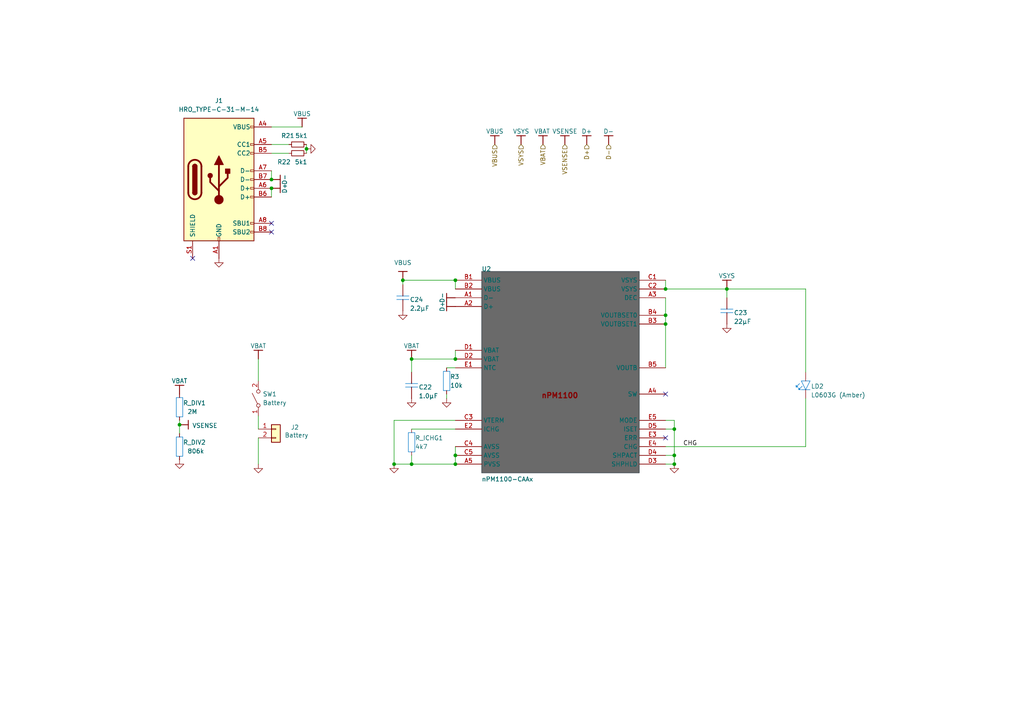
<source format=kicad_sch>
(kicad_sch (version 20250114) (generator "eeschema") (generator_version "9.0")
  (paper "A4")
  (lib_symbols
    (symbol "AltiumLib:root_0_nPM1100_CAAx_AltiumLib.DbLib"
      (property "Reference" "U2" (at 0 0 0))
      (property "Value" "${ALTIUM_VALUE}" (at 0 -60.96 0))
      (symbol "root_0_nPM1100_CAAx_AltiumLib.DbLib_1_0"
        (rectangle (start 0 0) (end 45.72 -58.42) (stroke (width 0) (color 51 63 72 1)) (fill (type color) (color 72 72 72 0.81)))
        (text "nPM1100" (at 17.253 -36.83 0) (effects (font (size 1.524 1.524) (thickness 0.3048) (bold yes)) (justify left bottom)))
        (pin power_in line (at -7.62 -2.54 0) (length 7.62) (name "VBUS") (number "B1"))
        (pin power_in line (at -7.62 -5.08 0) (length 7.62) (name "VBUS") (number "B2"))
        (pin bidirectional line (at -7.62 -7.62 0) (length 7.62) (name "D-") (number "A1"))
        (pin bidirectional line (at -7.62 -10.16 0) (length 7.62) (name "D+") (number "A2"))
        (pin power_in line (at -7.62 -22.86 0) (length 7.62) (name "VBAT") (number "D1"))
        (pin power_in line (at -7.62 -25.4 0) (length 7.62) (name "VBAT") (number "D2"))
        (pin input line (at -7.62 -27.94 0) (length 7.62) (name "NTC") (number "E1"))
        (pin input line (at -7.62 -43.18 0) (length 7.62) (name "VTERM") (number "C3"))
        (pin input line (at -7.62 -45.72 0) (length 7.62) (name "ICHG") (number "E2"))
        (pin power_in line (at -7.62 -50.8 0) (length 7.62) (name "AVSS") (number "C4"))
        (pin power_in line (at -7.62 -53.34 0) (length 7.62) (name "AVSS") (number "C5"))
        (pin power_in line (at -7.62 -55.88 0) (length 7.62) (name "PVSS") (number "A5"))
        (pin power_in line (at 53.34 -2.54 180) (length 7.62) (name "VSYS") (number "C1"))
        (pin power_in line (at 53.34 -5.08 180) (length 7.62) (name "VSYS") (number "C2"))
        (pin power_in line (at 53.34 -7.62 180) (length 7.62) (name "DEC") (number "A3"))
        (pin input line (at 53.34 -12.7 180) (length 7.62) (name "VOUTBSET0") (number "B4"))
        (pin input line (at 53.34 -15.24 180) (length 7.62) (name "VOUTBSET1") (number "B3"))
        (pin power_in line (at 53.34 -27.94 180) (length 7.62) (name "VOUTB") (number "B5"))
        (pin power_in line (at 53.34 -35.56 180) (length 7.62) (name "SW") (number "A4"))
        (pin input line (at 53.34 -43.18 180) (length 7.62) (name "MODE") (number "E5"))
        (pin input line (at 53.34 -45.72 180) (length 7.62) (name "ISET") (number "D5"))
        (pin output line (at 53.34 -48.26 180) (length 7.62) (name "ERR") (number "E3"))
        (pin output line (at 53.34 -50.8 180) (length 7.62) (name "CHG") (number "E4"))
        (pin input line (at 53.34 -53.34 180) (length 7.62) (name "SHPACT") (number "D4"))
        (pin input line (at 53.34 -55.88 180) (length 7.62) (name "SHPHLD") (number "D3"))
      )
    )
    (symbol "AltiumLib:root_1_CAP_AltiumLib.DbLib" (pin_numbers (hide yes)) (pin_names (hide yes))
      (symbol "root_1_CAP_AltiumLib.DbLib_1_0"
        (polyline (pts (xy 0 4.318) (xy 0 4.826)) (stroke (width 0) (color 0 119 200 1)))
        (polyline (pts (xy 0 3.302) (xy 0 2.794)) (stroke (width 0) (color 0 119 200 1)))
        (polyline (pts (xy 1.778 4.318) (xy -1.778 4.318)) (stroke (width 0) (color 0 119 200 1)))
        (polyline (pts (xy 1.778 3.302) (xy -1.778 3.302)) (stroke (width 0) (color 0 119 200 1)))
        (pin passive line (at 0 7.62 270) (length 3.302) (name "2") (number "2"))
        (pin passive line (at 0 0 90) (length 3.302) (name "1") (number "1"))
      )
    )
    (symbol "AltiumLib:root_1_RES_AltiumLib.DbLib" (pin_numbers (hide yes)) (pin_names (hide yes))
      (symbol "root_1_RES_AltiumLib.DbLib_1_0"
        (polyline (pts (xy -0.94 6.604) (xy -0.94 1.016) (xy 0.94 1.016) (xy 0.94 6.604) (xy -0.94 6.604)) (stroke (width 0) (color 0 119 200 1)))
        (pin passive line (at 0 7.62 270) (length 1.016) (name "2") (number "2"))
        (pin passive line (at 0 0 90) (length 1.016) (name "1") (number "1"))
      )
    )
    (symbol "AltiumLib:root_3_mirrored_D{colon}LED_AltiumLib.DbLib" (pin_numbers (hide yes)) (pin_names (hide yes))
      (symbol "root_3_mirrored_D{colon}LED_AltiumLib.DbLib_1_0"
        (polyline (pts (xy -1.778 -3.302) (xy -2.794 -4.318) (xy -2.794 -3.81) (xy -2.286 -4.318) (xy -2.794 -4.318)) (stroke (width 0) (color 0 119 200 1)))
        (polyline (pts (xy -1.016 -4.064) (xy -2.032 -5.08) (xy -2.032 -4.572) (xy -1.524 -5.08) (xy -2.032 -5.08)) (stroke (width 0) (color 0 119 200 1)))
        (polyline (pts (xy 0 -5.08) (xy -1.27 -5.08)) (stroke (width 0) (color 0 119 200 1)))
        (polyline (pts (xy 1.27 -2.54) (xy 0 -5.08) (xy -1.27 -2.54) (xy 1.27 -2.54)) (stroke (width 0) (color 0 119 200 1)))
        (polyline (pts (xy 1.27 -5.08) (xy 0 -5.08)) (stroke (width 0) (color 0 119 200 1)))
        (pin passive line (at 0 0 270) (length 2.54) (name "A") (number "2"))
        (pin passive line (at 0 -7.62 90) (length 2.54) (name "C") (number "1"))
      )
    )
    (symbol "AltiumLib:root_3_mirrored_RES_AltiumLib.DbLib" (pin_numbers (hide yes)) (pin_names (hide yes))
      (symbol "root_3_mirrored_RES_AltiumLib.DbLib_1_0"
        (polyline (pts (xy -0.94 -6.604) (xy -0.94 -1.016) (xy 0.94 -1.016) (xy 0.94 -6.604) (xy -0.94 -6.604)) (stroke (width 0) (color 0 119 200 1)))
        (pin passive line (at 0 0 270) (length 1.016) (name "1") (number "1"))
        (pin passive line (at 0 -7.62 90) (length 1.016) (name "2") (number "2"))
      )
    )
    (symbol "Connector:USB_C_Receptacle_USB2.0" (pin_names (offset 1.016))
      (property "Reference" "J" (at -10.16 19.05 0))
      (property "Value" "USB_C_Receptacle_USB2.0" (at 19.05 19.05 0))
      (symbol "USB_C_Receptacle_USB2.0_0_0"
        (rectangle (start -0.254 -17.78) (end 0.254 -16.764))
        (rectangle (start 10.16 15.494) (end 9.144 14.986))
        (rectangle (start 10.16 10.414) (end 9.144 9.906))
        (rectangle (start 10.16 7.874) (end 9.144 7.366))
        (rectangle (start 10.16 2.794) (end 9.144 2.286))
        (rectangle (start 10.16 0.254) (end 9.144 -0.254))
        (rectangle (start 10.16 -2.286) (end 9.144 -2.794))
        (rectangle (start 10.16 -4.826) (end 9.144 -5.334))
        (rectangle (start 10.16 -12.446) (end 9.144 -12.954))
        (rectangle (start 10.16 -14.986) (end 9.144 -15.494))
      )
      (symbol "USB_C_Receptacle_USB2.0_0_1"
        (rectangle (start -10.16 17.78) (end 10.16 -17.78) (stroke (width 0.254)) (fill (type background)))
        (polyline (pts (xy -8.89 -3.81) (xy -8.89 3.81)) (stroke (width 0.508)))
        (rectangle (start -7.62 -3.81) (end -6.35 3.81) (stroke (width 0.254)) (fill (type outline)))
        (arc (start -7.62 3.81) (mid -6.985 4.4423) (end -6.35 3.81) (stroke (width 0.254)))
        (arc (start -7.62 3.81) (mid -6.985 4.4423) (end -6.35 3.81) (stroke (width 0.254)) (fill (type outline)))
        (arc (start -8.89 3.81) (mid -6.985 5.7067) (end -5.08 3.81) (stroke (width 0.508)))
        (arc (start -5.08 -3.81) (mid -6.985 -5.7067) (end -8.89 -3.81) (stroke (width 0.508)))
        (arc (start -6.35 -3.81) (mid -6.985 -4.4423) (end -7.62 -3.81) (stroke (width 0.254)))
        (arc (start -6.35 -3.81) (mid -6.985 -4.4423) (end -7.62 -3.81) (stroke (width 0.254)) (fill (type outline)))
        (polyline (pts (xy -5.08 3.81) (xy -5.08 -3.81)) (stroke (width 0.508)))
        (circle (center -2.54 1.143) (radius 0.635) (stroke (width 0.254)) (fill (type outline)))
        (polyline (pts (xy -1.27 4.318) (xy 0 6.858) (xy 1.27 4.318) (xy -1.27 4.318)) (stroke (width 0.254)) (fill (type outline)))
        (polyline (pts (xy 0 -2.032) (xy 2.54 0.508) (xy 2.54 1.778)) (stroke (width 0.508)))
        (polyline (pts (xy 0 -3.302) (xy -2.54 -0.762) (xy -2.54 0.508)) (stroke (width 0.508)))
        (polyline (pts (xy 0 -5.842) (xy 0 4.318)) (stroke (width 0.508)))
        (circle (center 0 -5.842) (radius 1.27) (fill (type outline)))
        (rectangle (start 1.905 1.778) (end 3.175 3.048) (stroke (width 0.254)) (fill (type outline)))
      )
      (symbol "USB_C_Receptacle_USB2.0_1_1"
        (pin passive line (at -7.62 -22.86 90) (length 5.08) (name "SHIELD") (number "S1"))
        (pin passive line (at 0 -22.86 90) (length 5.08) (name "GND") (number "A1"))
        (pin passive line (at 0 -22.86 90) (length 5.08) (hide yes) (name "GND") (number "A12"))
        (pin passive line (at 0 -22.86 90) (length 5.08) (hide yes) (name "GND") (number "B1"))
        (pin passive line (at 0 -22.86 90) (length 5.08) (hide yes) (name "GND") (number "B12"))
        (pin passive line (at 15.24 15.24 180) (length 5.08) (name "VBUS") (number "A4"))
        (pin passive line (at 15.24 15.24 180) (length 5.08) (hide yes) (name "VBUS") (number "A9"))
        (pin passive line (at 15.24 15.24 180) (length 5.08) (hide yes) (name "VBUS") (number "B4"))
        (pin passive line (at 15.24 15.24 180) (length 5.08) (hide yes) (name "VBUS") (number "B9"))
        (pin bidirectional line (at 15.24 10.16 180) (length 5.08) (name "CC1") (number "A5"))
        (pin bidirectional line (at 15.24 7.62 180) (length 5.08) (name "CC2") (number "B5"))
        (pin bidirectional line (at 15.24 2.54 180) (length 5.08) (name "D-") (number "A7"))
        (pin bidirectional line (at 15.24 0 180) (length 5.08) (name "D-") (number "B7"))
        (pin bidirectional line (at 15.24 -2.54 180) (length 5.08) (name "D+") (number "A6"))
        (pin bidirectional line (at 15.24 -5.08 180) (length 5.08) (name "D+") (number "B6"))
        (pin bidirectional line (at 15.24 -12.7 180) (length 5.08) (name "SBU1") (number "A8"))
        (pin bidirectional line (at 15.24 -15.24 180) (length 5.08) (name "SBU2") (number "B8"))
      )
    )
    (symbol "Connector_Generic:Conn_01x02" (pin_names (offset 1.016) (hide yes))
      (property "Reference" "J" (at 0 2.54 0))
      (property "Value" "Conn_01x02" (at 0 -5.08 0))
      (symbol "Conn_01x02_1_1"
        (rectangle (start -1.27 1.27) (end 1.27 -3.81) (stroke (width 0.254)) (fill (type background)))
        (rectangle (start -1.27 0.127) (end 0 -0.127) (stroke (width 0.1524)))
        (rectangle (start -1.27 -2.413) (end 0 -2.667) (stroke (width 0.1524)))
        (pin passive line (at -5.08 0 0) (length 3.81) (name "Pin_1") (number "1"))
        (pin passive line (at -5.08 -2.54 0) (length 3.81) (name "Pin_2") (number "2"))
      )
    )
    (symbol "Device:R_Small" (pin_numbers (hide yes)) (pin_names (offset 0.254) (hide yes))
      (property "Reference" "R" (at 0.762 0.508 0))
      (property "Value" "R_Small" (at 0.762 -1.016 0))
      (symbol "R_Small_0_1"
        (rectangle (start -0.762 1.778) (end 0.762 -1.778) (stroke (width 0.2032)))
      )
      (symbol "R_Small_1_1"
        (pin passive line (at 0 2.54 270) (length 0.762) (name "~") (number "1"))
        (pin passive line (at 0 -2.54 90) (length 0.762) (name "~") (number "2"))
      )
    )
    (symbol "Switch:SW_SPST" (pin_names (offset 0) (hide yes))
      (property "Reference" "SW" (at 0 3.175 0))
      (property "Value" "SW_SPST" (at 0 -2.54 0))
      (symbol "SW_SPST_0_0"
        (circle (center -2.032 0) (radius 0.508))
        (polyline (pts (xy -1.524 0.254) (xy 1.524 1.778)))
        (circle (center 2.032 0) (radius 0.508))
      )
      (symbol "SW_SPST_1_1"
        (pin passive line (at -5.08 0 0) (length 2.54) (name "A") (number "1"))
        (pin passive line (at 5.08 0 180) (length 2.54) (name "B") (number "2"))
      )
    )
    (symbol "npm1100_caax_config1-altium-import:VBAT_BAR" (power)
      (property "Value" "VBAT" (at 0 -3.81 0))
      (symbol "VBAT_BAR_0_0"
        (polyline (pts (xy -1.27 -2.54) (xy 1.27 -2.54)) (stroke (width 0.254)))
        (polyline (pts (xy 0 0) (xy 0 -2.54)) (stroke (width 0.254)))
        (pin power_in line (at 0 0 0) (length 0) (hide yes) (name "VBAT") (number ""))
      )
    )
    (symbol "npm1100_caax_config1-altium-import:VBUS_BAR" (power)
      (property "Value" "VBUS" (at 0 -3.81 0))
      (symbol "VBUS_BAR_0_0"
        (polyline (pts (xy -1.27 -2.54) (xy 1.27 -2.54)) (stroke (width 0.254)))
        (polyline (pts (xy 0 0) (xy 0 -2.54)) (stroke (width 0.254)))
        (pin power_in line (at 0 0 0) (length 0) (hide yes) (name "VBUS") (number ""))
      )
    )
    (symbol "npm1100_caax_config1-altium-import:VOUT_BAR" (power)
      (property "Value" "VOUT" (at 0 -3.81 0))
      (symbol "VOUT_BAR_0_0"
        (polyline (pts (xy -1.27 -2.54) (xy 1.27 -2.54)) (stroke (width 0.254)))
        (polyline (pts (xy 0 0) (xy 0 -2.54)) (stroke (width 0.254)))
        (pin power_in line (at 0 0 0) (length 0) (hide yes) (name "VOUT") (number ""))
      )
    )
    (symbol "power:GND" (power) (pin_numbers (hide yes)) (pin_names (offset 0) (hide yes))
      (property "Value" "GND" (at 0 -3.81 0))
      (symbol "GND_0_1"
        (polyline (pts (xy 0 0) (xy 0 -1.27) (xy 1.27 -1.27) (xy 0 -2.54) (xy -1.27 -1.27) (xy 0 -1.27)))
      )
      (symbol "GND_1_1"
        (pin power_in line (at 0 0 270) (length 0) (name "~") (number "1"))
      )
    )
    (symbol "root_1_CAP_AltiumLib.DbLib_1" (pin_numbers (hide yes)) (pin_names (hide yes))
      (symbol "root_1_CAP_AltiumLib.DbLib_1_1_0"
        (polyline (pts (xy 0 4.318) (xy 0 4.826)) (stroke (width 0) (color 0 119 200 1)))
        (polyline (pts (xy 0 3.302) (xy 0 2.794)) (stroke (width 0) (color 0 119 200 1)))
        (polyline (pts (xy 1.778 4.318) (xy -1.778 4.318)) (stroke (width 0) (color 0 119 200 1)))
        (polyline (pts (xy 1.778 3.302) (xy -1.778 3.302)) (stroke (width 0) (color 0 119 200 1)))
        (pin passive line (at 0 7.62 270) (length 3.302) (name "2") (number "2"))
        (pin passive line (at 0 0 90) (length 3.302) (name "1") (number "1"))
      )
    )
    (symbol "root_1_CAP_AltiumLib.DbLib_2" (pin_numbers (hide yes)) (pin_names (hide yes))
      (symbol "root_1_CAP_AltiumLib.DbLib_2_1_0"
        (polyline (pts (xy 0 4.318) (xy 0 4.826)) (stroke (width 0) (color 0 119 200 1)))
        (polyline (pts (xy 0 3.302) (xy 0 2.794)) (stroke (width 0) (color 0 119 200 1)))
        (polyline (pts (xy 1.778 4.318) (xy -1.778 4.318)) (stroke (width 0) (color 0 119 200 1)))
        (polyline (pts (xy 1.778 3.302) (xy -1.778 3.302)) (stroke (width 0) (color 0 119 200 1)))
        (pin passive line (at 0 7.62 270) (length 3.302) (name "2") (number "2"))
        (pin passive line (at 0 0 90) (length 3.302) (name "1") (number "1"))
      )
    )
  )
  (junction (at 132.08 81.28))
  (junction (at 195.58 134.62))
  (junction (at 78.74 54.61))
  (junction (at 195.58 124.46))
  (junction (at 52.07 123.19))
  (junction (at 78.74 52.07))
  (junction (at 193.04 93.98))
  (junction (at 193.04 91.44))
  (junction (at 132.08 104.14))
  (junction (at 195.58 132.08))
  (junction (at 116.84 81.28))
  (junction (at 119.38 104.14))
  (junction (at 119.38 134.62))
  (junction (at 193.04 83.82))
  (junction (at 88.9 43.18))
  (junction (at 132.08 132.08))
  (junction (at 210.82 83.82))
  (junction (at 114.3 134.62))
  (junction (at 132.08 134.62))
  (no_connect (at 78.74 67.31))
  (no_connect (at 193.04 114.3))
  (no_connect (at 78.74 64.77))
  (no_connect (at 55.88 74.93))
  (no_connect (at 193.04 127))
  (wire (pts (xy 132.08 132.08) (xy 132.08 129.54)))
  (wire (pts (xy 114.3 121.92) (xy 114.3 134.62)))
  (wire (pts (xy 195.58 132.08) (xy 193.04 132.08)))
  (wire (pts (xy 78.74 49.53) (xy 78.74 52.07)))
  (wire (pts (xy 87.63 36.83) (xy 78.74 36.83)))
  (wire (pts (xy 78.74 54.61) (xy 78.74 57.15)))
  (wire (pts (xy 129.54 115.57) (xy 129.54 114.3)))
  (wire (pts (xy 52.07 121.92) (xy 52.07 123.19)))
  (wire (pts (xy 210.82 83.82) (xy 210.82 86.36)))
  (wire (pts (xy 119.38 132.08) (xy 119.38 134.62)))
  (wire (pts (xy 74.93 104.14) (xy 74.93 110.49)))
  (wire (pts (xy 52.07 123.19) (xy 52.07 125.73)))
  (wire (pts (xy 132.08 104.14) (xy 132.08 101.6)))
  (wire (pts (xy 119.38 104.14) (xy 132.08 104.14)))
  (wire (pts (xy 116.84 81.28) (xy 132.08 81.28)))
  (wire (pts (xy 116.84 81.28) (xy 116.84 82.55)))
  (wire (pts (xy 88.9 43.18) (xy 88.9 41.91)))
  (wire (pts (xy 114.3 134.62) (xy 119.38 134.62)))
  (wire (pts (xy 193.04 83.82) (xy 210.82 83.82)))
  (wire (pts (xy 132.08 81.28) (xy 132.08 83.82)))
  (wire (pts (xy 119.38 107.95) (xy 119.38 104.14)))
  (wire (pts (xy 195.58 124.46) (xy 195.58 132.08)))
  (wire (pts (xy 193.04 93.98) (xy 193.04 91.44)))
  (wire (pts (xy 195.58 134.62) (xy 195.58 132.08)))
  (wire (pts (xy 132.08 121.92) (xy 114.3 121.92)))
  (wire (pts (xy 129.54 106.68) (xy 132.08 106.68)))
  (wire (pts (xy 78.74 44.45) (xy 83.82 44.45)))
  (wire (pts (xy 195.58 134.62) (xy 193.04 134.62)))
  (wire (pts (xy 119.38 124.46) (xy 132.08 124.46)))
  (wire (pts (xy 78.74 41.91) (xy 83.82 41.91)))
  (wire (pts (xy 88.9 44.45) (xy 88.9 43.18)))
  (wire (pts (xy 193.04 106.68) (xy 193.04 93.98)))
  (wire (pts (xy 210.82 83.82) (xy 233.68 83.82)))
  (wire (pts (xy 193.04 81.28) (xy 193.04 83.82)))
  (wire (pts (xy 193.04 124.46) (xy 195.58 124.46)))
  (wire (pts (xy 195.58 124.46) (xy 195.58 121.92)))
  (wire (pts (xy 233.68 83.82) (xy 233.68 107.95)))
  (wire (pts (xy 74.93 120.65) (xy 74.93 124.46)))
  (wire (pts (xy 74.93 127) (xy 74.93 134.62)))
  (wire (pts (xy 119.38 134.62) (xy 132.08 134.62)))
  (wire (pts (xy 132.08 134.62) (xy 132.08 132.08)))
  (wire (pts (xy 193.04 129.54) (xy 233.68 129.54)))
  (wire (pts (xy 233.68 129.54) (xy 233.68 115.57)))
  (wire (pts (xy 195.58 121.92) (xy 193.04 121.92)))
  (wire (pts (xy 193.04 91.44) (xy 193.04 86.36)))
  (label "CHG" (at 198.12 129.54 0))
  (hierarchical_label "D+" (shape input) (at 170.18 41.91 270))
  (hierarchical_label "VSYS" (shape input) (at 151.13 41.91 270))
  (hierarchical_label "D-" (shape input) (at 176.53 41.91 270))
  (hierarchical_label "VBUS" (shape input) (at 143.51 41.91 270))
  (hierarchical_label "VBAT" (shape input) (at 157.48 41.91 270))
  (hierarchical_label "VSENSE" (shape input) (at 163.83 41.91 270))
  (symbol (lib_id "npm1100_caax_config1-altium-import:VBUS_BAR") (at 176.53 41.91 180) (unit 1)
    (property "Reference" "#PWR019" (effects (hide yes)))
    (property "Value" "D-" (at 176.53 38.1 0))
  )
  (symbol (lib_id "npm1100_caax_config1-altium-import:VBUS_BAR") (at 87.63 36.83 180) (unit 1)
    (property "Reference" "#PWR01" (effects (hide yes)))
    (property "Value" "VBUS" (at 87.63 33.02 0))
  )
  (symbol (lib_id "npm1100_caax_config1-altium-import:VBUS_BAR") (at 170.18 41.91 180) (unit 1)
    (property "Reference" "#PWR020" (effects (hide yes)))
    (property "Value" "D+" (at 170.18 38.1 0))
  )
  (symbol (lib_id "Switch:SW_SPST") (at 74.93 115.57 90) (unit 1)
    (property "Reference" "SW1" (at 76.2 114.2999 90) (effects (justify right)))
    (property "Value" "Battery" (at 76.2 116.8399 90) (effects (justify right)))
    (property "Footprint" "ScottoKeebs_Components:Switch_MSK12C02" (effects (hide yes)))
    (property "Description" "Single Pole Single Throw (SPST) switch" (effects (hide yes)))
  )
  (symbol (lib_id "power:GND") (at 129.54 115.57 0) (unit 1)
    (property "Reference" "#PWR012" (effects (hide yes)))
    (property "Value" "GND" (effects (hide yes)))
    (property "Description" "Power symbol creates a global label with name \"GND\" , ground" (effects (hide yes)))
  )
  (symbol (lib_id "Connector:USB_C_Receptacle_USB2.0") (at 63.5 52.07 0) (unit 1)
    (property "Reference" "J1" (at 63.5 29.21 0))
    (property "Value" "HRO_TYPE-C-31-M-14" (at 63.5 31.75 0))
    (property "Footprint" "Connector_USB:USB_C_Receptacle_HRO_TYPE-C-31-M-12" (effects (hide yes)))
    (property "Datasheet" "https://www.usb.org/sites/default/files/documents/usb_type-c.zip" (effects (hide yes)))
  )
  (symbol (lib_id "power:GND") (at 210.82 93.98 0) (unit 1)
    (property "Reference" "#PWR015" (effects (hide yes)))
    (property "Value" "GND" (effects (hide yes)))
    (property "Description" "Power symbol creates a global label with name \"GND\" , ground" (effects (hide yes)))
  )
  (symbol (lib_id "AltiumLib:root_0_nPM1100_CAAx_AltiumLib.DbLib") (at 139.7 78.74 0) (unit 1)
    (property "Reference" "U2" (at 139.7 78.74 0) (effects (justify left bottom)))
    (property "Value" "${ALTIUM_VALUE}" (at 139.7 139.7 0) (effects (justify left bottom)))
    (property "Footprint" "nRF Devices$:BGA25C40P5X5_200X200X50" (effects (hide yes)))
    (property "Description" "Li-ion/Li-poly USB battery charger with a high efficiency buck regulator" (effects (hide yes)))
    (property "FOOTPRINT DOC" "WLCSP-25" (effects (hide yes)))
    (property "ALTIUM_VALUE" "nPM1100-CAAx" (effects (hide yes)))
    (property "COMPONENT CLASS" "nRF_Devices" (effects (hide yes)))
    (property "PAD COUNT" "25" (effects (hide yes)))
  )
  (symbol (lib_id "npm1100_caax_config1-altium-import:VBUS_BAR") (at 78.74 54.61 90) (unit 1)
    (property "Reference" "#PWR07" (effects (hide yes)))
    (property "Value" "D+" (at 82.55 54.61 0))
  )
  (symbol (lib_id "npm1100_caax_config1-altium-import:VBUS_BAR") (at 116.84 81.28 180) (unit 1)
    (property "Reference" "#PWR044" (effects (hide yes)))
    (property "Value" "VBUS" (at 116.84 76.2 0))
  )
  (symbol (lib_id "Connector_Generic:Conn_01x02") (at 80.01 124.46 0) (unit 1)
    (property "Reference" "J2" (at 84.328 123.952 0) (effects (justify left)))
    (property "Value" "Battery" (at 82.55 126.238 0) (effects (justify left)))
    (property "Footprint" "Connector_JST:JST_SH_SM02B-SRSS-TB_1x02-1MP_P1.00mm_Horizontal" (effects (hide yes)))
    (property "Description" "Generic connector, single row, 01x02, script generated (kicad-library-utils/schlib/autogen/connector/)" (effects (hide yes)))
  )
  (symbol (lib_id "npm1100_caax_config1-altium-import:VOUT_BAR") (at 163.83 41.91 180) (unit 1)
    (property "Reference" "#PWR063" (effects (hide yes)))
    (property "Value" "VSENSE" (at 163.83 38.1 0))
  )
  (symbol (lib_id "power:GND") (at 74.93 134.62 0) (unit 1)
    (property "Reference" "#PWR010" (effects (hide yes)))
    (property "Value" "GND" (effects (hide yes)))
    (property "Description" "Power symbol creates a global label with name \"GND\" , ground" (effects (hide yes)))
  )
  (symbol (lib_id "AltiumLib:root_1_RES_AltiumLib.DbLib") (at 119.38 132.08 0) (unit 1)
    (property "Reference" "R_ICHG1" (at 120.396 127.762 0) (effects (justify left bottom)))
    (property "Value" "${ALTIUM_VALUE}" (at 120.396 130.302 0) (effects (justify left bottom)))
    (property "Footprint" "Resistor_SMD:R_0201_0603Metric" (effects (hide yes)))
    (property "Description" "Resistor, ±1%, 0.05W" (effects (hide yes)))
    (property "FOOTPRINT DOC" "0201" (effects (hide yes)))
    (property "ALTIUM_VALUE" "4k7" (effects (hide yes)))
    (property "COMPONENT CLASS" "Resistors" (effects (hide yes)))
    (property "PAD COUNT" "2" (effects (hide yes)))
  )
  (symbol (lib_id "npm1100_caax_config1-altium-import:VOUT_BAR") (at 52.07 123.19 90) (unit 1)
    (property "Reference" "#PWR085" (effects (hide yes)))
    (property "Value" "VSENSE" (at 59.436 123.444 90))
  )
  (symbol (lib_id "power:GND") (at 88.9 43.18 90) (unit 1)
    (property "Reference" "#PWR02" (effects (hide yes)))
    (property "Value" "GND" (effects (hide yes)))
    (property "Description" "Power symbol creates a global label with name \"GND\" , ground" (effects (hide yes)))
  )
  (symbol (lib_id "npm1100_caax_config1-altium-import:VOUT_BAR") (at 157.48 41.91 180) (unit 1)
    (property "Reference" "#PWR0132" (effects (hide yes)))
    (property "Value" "VBAT" (at 157.226 38.1 0))
  )
  (symbol (lib_id "npm1100_caax_config1-altium-import:VBUS_BAR") (at 143.51 41.91 180) (unit 1)
    (property "Reference" "#PWR016" (effects (hide yes)))
    (property "Value" "VBUS" (at 143.51 38.1 0))
  )
  (symbol (lib_name "root_1_CAP_AltiumLib.DbLib_2") (lib_id "AltiumLib:root_1_CAP_AltiumLib.DbLib") (at 116.84 90.17 0) (unit 1)
    (property "Reference" "C24" (at 118.872 87.63 0) (effects (justify left bottom)))
    (property "Value" "${ALTIUM_VALUE}" (at 118.872 90.17 0) (effects (justify left bottom)))
    (property "Footprint" "Capacitors$:CAPC1608X06L" (effects (hide yes)))
    (property "Description" "Capacitor, X5R, ±20%, 25V" (effects (hide yes)))
    (property "FOOTPRINT DOC" "0603" (effects (hide yes)))
    (property "ALTIUM_VALUE" "2.2µF" (effects (hide yes)))
    (property "COMPONENT CLASS" "Capacitors" (effects (hide yes)))
    (property "PAD COUNT" "2" (effects (hide yes)))
  )
  (symbol (lib_id "power:GND") (at 195.58 134.62 0) (unit 1)
    (property "Reference" "#PWR014" (effects (hide yes)))
    (property "Value" "GND" (effects (hide yes)))
    (property "Description" "Power symbol creates a global label with name \"GND\" , ground" (effects (hide yes)))
  )
  (symbol (lib_id "npm1100_caax_config1-altium-import:VBUS_BAR") (at 78.74 52.07 90) (unit 1)
    (property "Reference" "#PWR06" (effects (hide yes)))
    (property "Value" "D-" (at 82.55 52.07 0))
  )
  (symbol (lib_id "Device:R_Small") (at 86.36 41.91 270) (mirror x) (unit 1)
    (property "Reference" "R21" (at 81.534 39.37 90) (effects (justify left)))
    (property "Value" "5k1" (at 85.598 39.37 90) (effects (justify left)))
    (property "Footprint" "Resistor_SMD:R_0201_0603Metric" (effects (hide yes)))
  )
  (symbol (lib_id "npm1100_caax_config1-altium-import:VOUT_BAR") (at 151.13 41.91 180) (unit 1)
    (property "Reference" "#PWR018" (effects (hide yes)))
    (property "Value" "VSYS" (at 151.13 38.1 0))
  )
  (symbol (lib_id "power:GND") (at 114.3 134.62 0) (unit 1)
    (property "Reference" "#PWR013" (effects (hide yes)))
    (property "Value" "GND" (effects (hide yes)))
    (property "Description" "Power symbol creates a global label with name \"GND\" , ground" (effects (hide yes)))
  )
  (symbol (lib_id "npm1100_caax_config1-altium-import:VBAT_BAR") (at 119.38 104.14 180) (unit 1)
    (property "Reference" "#PWR046" (effects (hide yes)))
    (property "Value" "VBAT" (at 119.38 100.33 0))
  )
  (symbol (lib_id "npm1100_caax_config1-altium-import:VOUT_BAR") (at 52.07 114.3 180) (unit 1)
    (property "Reference" "#PWR084" (effects (hide yes)))
    (property "Value" "VBAT" (at 52.07 110.49 0))
  )
  (symbol (lib_id "power:GND") (at 116.84 90.17 0) (unit 1)
    (property "Reference" "#PWR08" (effects (hide yes)))
    (property "Value" "GND" (effects (hide yes)))
  )
  (symbol (lib_id "power:GND") (at 52.07 133.35 0) (unit 1)
    (property "Reference" "#PWR081" (effects (hide yes)))
    (property "Value" "GND" (effects (hide yes)))
    (property "Description" "Power symbol creates a global label with name \"GND\" , ground" (effects (hide yes)))
  )
  (symbol (lib_id "npm1100_caax_config1-altium-import:VOUT_BAR") (at 210.82 83.82 180) (unit 1)
    (property "Reference" "#PWR051" (effects (hide yes)))
    (property "Value" "VSYS" (at 210.82 80.01 0))
  )
  (symbol (lib_id "npm1100_caax_config1-altium-import:VBAT_BAR") (at 74.93 104.14 180) (unit 1)
    (property "Reference" "#PWR04" (effects (hide yes)))
    (property "Value" "VBAT" (at 74.93 100.33 0))
  )
  (symbol (lib_id "AltiumLib:root_3_mirrored_RES_AltiumLib.DbLib") (at 52.07 114.3 0) (unit 1)
    (property "Reference" "R_DIV1" (at 53.086 117.602 0) (effects (justify left bottom)))
    (property "Value" "2M" (at 54.356 120.142 0) (effects (justify left bottom)))
    (property "Footprint" "Resistor_SMD:R_0201_0603Metric" (effects (hide yes)))
    (property "Description" "Resistor, ±1%, 0.05W" (effects (hide yes)))
    (property "FOOTPRINT DOC" "0201" (effects (hide yes)))
    (property "ALTIUM_VALUE" "10k" (effects (hide yes)))
    (property "COMPONENT CLASS" "Resistors" (effects (hide yes)))
    (property "PAD COUNT" "2" (effects (hide yes)))
  )
  (symbol (lib_id "AltiumLib:root_3_mirrored_RES_AltiumLib.DbLib") (at 52.07 125.73 0) (unit 1)
    (property "Reference" "R_DIV2" (at 53.086 129.032 0) (effects (justify left bottom)))
    (property "Value" "806k" (at 54.356 131.572 0) (effects (justify left bottom)))
    (property "Footprint" "Resistor_SMD:R_0201_0603Metric" (effects (hide yes)))
    (property "Description" "Resistor, ±1%, 0.05W" (effects (hide yes)))
    (property "FOOTPRINT DOC" "0201" (effects (hide yes)))
    (property "ALTIUM_VALUE" "10k" (effects (hide yes)))
    (property "COMPONENT CLASS" "Resistors" (effects (hide yes)))
    (property "PAD COUNT" "2" (effects (hide yes)))
  )
  (symbol (lib_id "AltiumLib:root_1_CAP_AltiumLib.DbLib") (at 210.82 93.98 0) (unit 1)
    (property "Reference" "C23" (at 212.852 91.44 0) (effects (justify left bottom)))
    (property "Value" "${ALTIUM_VALUE}" (at 212.852 93.98 0) (effects (justify left bottom)))
    (property "Footprint" "Capacitors$:CAPC1608X06L" (effects (hide yes)))
    (property "Description" "Capacitor, X5R, ±20%, 6.3V" (effects (hide yes)))
    (property "FOOTPRINT DOC" "0603" (effects (hide yes)))
    (property "ALTIUM_VALUE" "22µF" (effects (hide yes)))
    (property "COMPONENT CLASS" "Capacitors" (effects (hide yes)))
    (property "PAD COUNT" "2" (effects (hide yes)))
  )
  (symbol (lib_id "AltiumLib:root_3_mirrored_RES_AltiumLib.DbLib") (at 129.54 106.68 0) (unit 1)
    (property "Reference" "R3" (at 130.556 109.982 0) (effects (justify left bottom)))
    (property "Value" "${ALTIUM_VALUE}" (at 130.556 112.522 0) (effects (justify left bottom)))
    (property "Footprint" "Resistor_SMD:R_0201_0603Metric" (effects (hide yes)))
    (property "Description" "Resistor, ±1%, 0.05W" (effects (hide yes)))
    (property "FOOTPRINT DOC" "0201" (effects (hide yes)))
    (property "ALTIUM_VALUE" "10k" (effects (hide yes)))
    (property "COMPONENT CLASS" "Resistors" (effects (hide yes)))
    (property "PAD COUNT" "2" (effects (hide yes)))
  )
  (symbol (lib_id "npm1100_caax_config1-altium-import:VBUS_BAR") (at 132.08 88.9 270) (unit 1)
    (property "Reference" "#PWR05" (effects (hide yes)))
    (property "Value" "D+" (at 128.27 88.9 0))
  )
  (symbol (lib_id "AltiumLib:root_3_mirrored_D{colon}LED_AltiumLib.DbLib") (at 233.68 107.95 0) (unit 1)
    (property "Reference" "LD2" (at 235.204 112.776 0) (effects (justify left bottom)))
    (property "Value" "L0603G (Amber)" (at 235.204 115.316 0) (effects (justify left bottom)))
    (property "Footprint" "LED_SMD:LED_0201_0603Metric" (effects (hide yes)))
    (property "Description" "LED, SMD, Green" (effects (hide yes)))
    (property "FOOTPRINT DOC" "0603" (effects (hide yes)))
    (property "ALTIUM_VALUE" "L0603G" (effects (hide yes)))
    (property "COMPONENT CLASS" "Optoelectronics" (effects (hide yes)))
    (property "PAD COUNT" "2" (effects (hide yes)))
  )
  (symbol (lib_name "root_1_CAP_AltiumLib.DbLib_1") (lib_id "AltiumLib:root_1_CAP_AltiumLib.DbLib") (at 119.38 115.57 0) (unit 1)
    (property "Reference" "C22" (at 121.412 113.03 0) (effects (justify left bottom)))
    (property "Value" "${ALTIUM_VALUE}" (at 121.412 115.57 0) (effects (justify left bottom)))
    (property "Footprint" "Capacitor_SMD:C_0201_0603Metric" (effects (hide yes)))
    (property "Description" "Capacitor, X5R, ±20%, 10V" (effects (hide yes)))
    (property "FOOTPRINT DOC" "0201" (effects (hide yes)))
    (property "ALTIUM_VALUE" "1.0µF" (effects (hide yes)))
    (property "COMPONENT CLASS" "Capacitors" (effects (hide yes)))
    (property "PAD COUNT" "2" (effects (hide yes)))
  )
  (symbol (lib_id "power:GND") (at 119.38 115.57 0) (unit 1)
    (property "Reference" "#PWR09" (effects (hide yes)))
    (property "Value" "GND" (effects (hide yes)))
    (property "Description" "Power symbol creates a global label with name \"GND\" , ground" (effects (hide yes)))
  )
  (symbol (lib_id "power:GND") (at 63.5 74.93 0) (unit 1)
    (property "Reference" "#PWR011" (effects (hide yes)))
    (property "Value" "GND" (effects (hide yes)))
  )
  (symbol (lib_id "npm1100_caax_config1-altium-import:VBUS_BAR") (at 132.08 86.36 270) (unit 1)
    (property "Reference" "#PWR03" (effects (hide yes)))
    (property "Value" "D-" (at 128.27 86.36 0))
  )
  (symbol (lib_id "Device:R_Small") (at 86.36 44.45 270) (mirror x) (unit 1)
    (property "Reference" "R22" (at 84.328 46.99 90) (effects (justify right)))
    (property "Value" "5k1" (at 89.154 46.99 90) (effects (justify right)))
    (property "Footprint" "Resistor_SMD:R_0201_0603Metric" (effects (hide yes)))
  )
)
</source>
